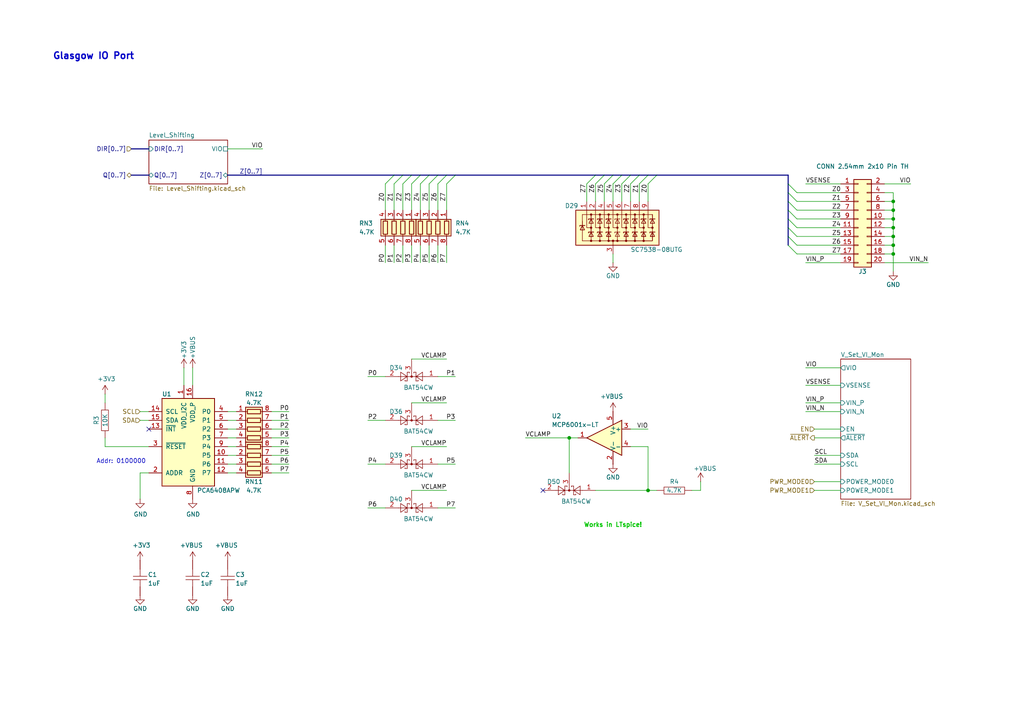
<source format=kicad_sch>
(kicad_sch (version 20250114) (generator "eeschema") (generator_version "9.0")
  (paper "A4")
  (title_block (title "I/O Buffer") (rev "D0") (company "whitequark research") (comment 1 "Glasgow Debug Tool") (comment 2 "Calculations by @awygle"))
  (lib_symbols
    (symbol "glasgow_revD_io_wing:CAP 1uF 25V X5R 0402" (pin_numbers (hide yes)) (pin_names (hide yes))
      (property "Reference" "C" (at 0 0 0))
      (property "Value" "1uF" (at 0 0 0))
      (symbol "CAP 1uF 25V X5R 0402_1_0"
        (pin passive line (at 0 5.08 270) (length 2.54) (name "1") (number "1"))
        (pin passive line (at 0 -5.08 90) (length 2.54) (name "2") (number "2"))
      )
    )
    (symbol "glasgow_revD_io_wing:CONN 2.54mm 2x10 Pin TH" (pin_names (offset 1.016) (hide yes))
      (property "Reference" "J" (at 1.27 12.7 0))
      (property "Value" "CONN 2.54mm 2x10 Pin TH" (at 1.27 -15.24 0))
      (symbol "CONN 2.54mm 2x10 Pin TH_1_1"
        (pin passive line (at -5.08 10.16 0) (length 3.81) (name "Pin_1") (number "1"))
        (pin passive line (at -5.08 7.62 0) (length 3.81) (name "Pin_3") (number "3"))
        (pin passive line (at -5.08 5.08 0) (length 3.81) (name "Pin_5") (number "5"))
        (pin passive line (at -5.08 2.54 0) (length 3.81) (name "Pin_7") (number "7"))
        (pin passive line (at -5.08 0 0) (length 3.81) (name "Pin_9") (number "9"))
        (pin passive line (at -5.08 -2.54 0) (length 3.81) (name "Pin_11") (number "11"))
        (pin passive line (at -5.08 -5.08 0) (length 3.81) (name "Pin_13") (number "13"))
        (pin passive line (at -5.08 -7.62 0) (length 3.81) (name "Pin_15") (number "15"))
        (pin passive line (at -5.08 -10.16 0) (length 3.81) (name "Pin_17") (number "17"))
        (pin passive line (at -5.08 -12.7 0) (length 3.81) (name "Pin_19") (number "19"))
        (pin passive line (at 7.62 10.16 180) (length 3.81) (name "Pin_2") (number "2"))
        (pin passive line (at 7.62 7.62 180) (length 3.81) (name "Pin_4") (number "4"))
        (pin passive line (at 7.62 5.08 180) (length 3.81) (name "Pin_6") (number "6"))
        (pin passive line (at 7.62 2.54 180) (length 3.81) (name "Pin_8") (number "8"))
        (pin passive line (at 7.62 0 180) (length 3.81) (name "Pin_10") (number "10"))
        (pin passive line (at 7.62 -2.54 180) (length 3.81) (name "Pin_12") (number "12"))
        (pin passive line (at 7.62 -5.08 180) (length 3.81) (name "Pin_14") (number "14"))
        (pin passive line (at 7.62 -7.62 180) (length 3.81) (name "Pin_16") (number "16"))
        (pin passive line (at 7.62 -10.16 180) (length 3.81) (name "Pin_18") (number "18"))
        (pin passive line (at 7.62 -12.7 180) (length 3.81) (name "Pin_20") (number "20"))
      )
    )
    (symbol "glasgow_revD_io_wing:DIODE ARRAY 2X CC BAT54CW" (pin_names (offset 1.016))
      (property "Reference" "D" (at 0.635 -3.81 0))
      (property "Value" "BAT54CW" (at -6.35 3.175 0))
      (symbol "DIODE ARRAY 2X CC BAT54CW_1_1"
        (pin passive line (at -7.62 0 0) (length 3.81) (name "~") (number "1"))
        (pin passive line (at 0 -5.08 90) (length 5.08) (name "~") (number "3"))
        (pin passive line (at 7.62 0 180) (length 3.81) (name "~") (number "2"))
      )
    )
    (symbol "glasgow_revD_io_wing:IC GPIO EXPANDER PCA6408APW" (pin_names (offset 1.016))
      (property "Reference" "U" (at -8.89 12.7 0))
      (property "Value" "PCA6408APW" (at 2.54 12.7 0))
      (symbol "IC GPIO EXPANDER PCA6408APW_1_1"
        (pin input line (at -12.7 7.62 0) (length 3.81) (name "SCL") (number "14"))
        (pin bidirectional line (at -12.7 5.08 0) (length 3.81) (name "SDA") (number "15"))
        (pin open_collector line (at -12.7 2.54 0) (length 3.81) (name "~{INT}") (number "13"))
        (pin input line (at -12.7 -2.54 0) (length 3.81) (name "~{RESET}") (number "3"))
        (pin input line (at -12.7 -10.16 0) (length 3.81) (name "ADDR") (number "2"))
        (pin power_in line (at -2.54 15.24 270) (length 3.81) (name "VDD_I2C") (number "1"))
        (pin power_in line (at 0 15.24 270) (length 3.81) (name "VDD_P") (number "16"))
        (pin power_in line (at 0 -17.78 90) (length 3.81) (name "GND") (number "8"))
        (pin bidirectional line (at 10.16 7.62 180) (length 3.81) (name "P0") (number "4"))
        (pin bidirectional line (at 10.16 5.08 180) (length 3.81) (name "P1") (number "5"))
        (pin bidirectional line (at 10.16 2.54 180) (length 3.81) (name "P2") (number "6"))
        (pin bidirectional line (at 10.16 0 180) (length 3.81) (name "P3") (number "7"))
        (pin bidirectional line (at 10.16 -2.54 180) (length 3.81) (name "P4") (number "9"))
        (pin bidirectional line (at 10.16 -5.08 180) (length 3.81) (name "P5") (number "10"))
        (pin bidirectional line (at 10.16 -7.62 180) (length 3.81) (name "P6") (number "11"))
        (pin bidirectional line (at 10.16 -10.16 180) (length 3.81) (name "P7") (number "12"))
      )
    )
    (symbol "glasgow_revD_io_wing:IC OPAMP MCP6001x-LT" (pin_names (offset 0.127))
      (property "Reference" "U" (at -1.27 6.35 0))
      (property "Value" "MCP6001x-LT" (at -1.27 3.81 0))
      (symbol "IC OPAMP MCP6001x-LT_0_1"
        (pin power_in line (at -2.54 7.62 270) (length 3.81) (name "V+") (number "5"))
        (pin power_in line (at -2.54 -7.62 90) (length 3.81) (name "V-") (number "2"))
      )
      (symbol "IC OPAMP MCP6001x-LT_1_1"
        (pin input line (at -7.62 2.54 0) (length 2.54) (name "+") (number "3"))
        (pin input line (at -7.62 -2.54 0) (length 2.54) (name "-") (number "4"))
        (pin output line (at 7.62 0 180) (length 2.54) (name "~") (number "1"))
      )
    )
    (symbol "glasgow_revD_io_wing:RES 10K OHM 1% 1/10W 0402" (pin_numbers (hide yes)) (pin_names (hide yes))
      (property "Reference" "R" (at 0 0 0))
      (property "Value" "10K" (at 0 0 0))
      (symbol "RES 10K OHM 1% 1/10W 0402_1_0"
        (pin passive line (at -5.08 0 0) (length 2) (name "2") (number "2"))
        (pin passive line (at 5.08 0 180) (length 2) (name "1") (number "1"))
      )
    )
    (symbol "glasgow_revD_io_wing:RES 4.7K OHM 1% 1/10W 0402" (pin_numbers (hide yes)) (pin_names (hide yes))
      (property "Reference" "R" (at 0 0 0))
      (property "Value" "4.7K" (at 0 0 0))
      (symbol "RES 4.7K OHM 1% 1/10W 0402_1_0"
        (pin passive line (at -5.08 0 0) (length 2) (name "1") (number "1"))
        (pin passive line (at 5.08 0 180) (length 2) (name "2") (number "2"))
      )
    )
    (symbol "glasgow_revD_io_wing:RES ARRAY 4X 4.7K OHM 1% 0804" (pin_names (offset 0) (hide yes))
      (property "Reference" "RN" (at -7.62 0 90))
      (property "Value" "4.7K" (at 5.08 0 90))
      (symbol "RES ARRAY 4X 4.7K OHM 1% 0804_1_1"
        (pin passive line (at -5.08 5.08 270) (length 2.54) (name "R1.2") (number "8"))
        (pin passive line (at -5.08 -5.08 90) (length 2.54) (name "R1.1") (number "1"))
        (pin passive line (at -2.54 5.08 270) (length 2.54) (name "R2.2") (number "7"))
        (pin passive line (at -2.54 -5.08 90) (length 2.54) (name "R2.1") (number "2"))
        (pin passive line (at 0 5.08 270) (length 2.54) (name "R3.2") (number "6"))
        (pin passive line (at 0 -5.08 90) (length 2.54) (name "R3.1") (number "3"))
        (pin passive line (at 2.54 5.08 270) (length 2.54) (name "R4.2") (number "5"))
        (pin passive line (at 2.54 -5.08 90) (length 2.54) (name "R4.1") (number "4"))
      )
    )
    (symbol "glasgow_revD_io_wing:TVS ARRAY 8X SC7538-08UTG" (pin_names (hide yes))
      (property "Reference" "D" (at 13.97 2.54 0))
      (property "Value" "SC7538-08UTG" (at 13.97 0.635 0))
      (symbol "TVS ARRAY 8X SC7538-08UTG_0_0"
        (pin passive line (at 0 -7.62 90) (length 2.54) (name "A") (number "3"))
      )
      (symbol "TVS ARRAY 8X SC7538-08UTG_1_1"
        (pin passive line (at -7.62 7.62 270) (length 2.54) (name "K1") (number "1"))
        (pin passive line (at -5.08 7.62 270) (length 2.54) (name "K2") (number "2"))
        (pin passive line (at -2.54 7.62 270) (length 2.54) (name "K3") (number "4"))
        (pin passive line (at 0 7.62 270) (length 2.54) (name "K4") (number "5"))
        (pin passive line (at 2.54 7.62 270) (length 2.54) (name "K5") (number "6"))
        (pin passive line (at 5.08 7.62 270) (length 2.54) (name "K6") (number "7"))
        (pin passive line (at 7.62 7.62 270) (length 2.54) (name "K7") (number "8"))
        (pin passive line (at 10.16 7.62 270) (length 2.54) (name "K8") (number "9"))
      )
    )
    (symbol "power:+3.3V" (power) (pin_numbers (hide yes)) (pin_names (offset 0) (hide yes))
      (property "Value" "+3.3V" (at 0 3.556 0))
      (symbol "+3.3V_1_1"
        (pin power_in line (at 0 0 90) (length 0) (name "~") (number "1"))
      )
    )
    (symbol "power:GND" (power) (pin_numbers (hide yes)) (pin_names (offset 0) (hide yes))
      (property "Value" "GND" (at 0 -3.81 0))
      (symbol "GND_1_1"
        (pin power_in line (at 0 0 270) (length 0) (name "~") (number "1"))
      )
    )
  )
  (text "Glasgow IO Port" (at 15.24 15.24 0) (effects (font (size 1.905 1.905) (thickness 0.381) (bold yes)) (justify left top)))
  (text "Addr: 0100000" (at 27.94 134.62 0) (effects (font (size 1.27 1.27)) (justify left bottom)))
  (text "Works in LTspice!" (at 177.8 152.4 0) (effects (font (size 1.27 1.27) (thickness 0.254) (bold yes))))
  (junction (at 259.08 71.12))
  (junction (at 165.1 127))
  (junction (at 259.08 68.58))
  (junction (at 259.08 73.66))
  (junction (at 259.08 60.96))
  (junction (at 259.08 66.04))
  (junction (at 187.96 142.24))
  (junction (at 259.08 63.5))
  (junction (at 259.08 58.42))
  (no_connect (at 157.48 142.24))
  (no_connect (at 43.18 124.46))
  (bus_entry (at 177.8 50.8) (size -2.54 2.54))
  (bus_entry (at 116.84 53.34) (size 2.54 -2.54))
  (bus_entry (at 127 53.34) (size 2.54 -2.54))
  (bus_entry (at 231.14 73.66) (size -2.54 -2.54))
  (bus_entry (at 231.14 58.42) (size -2.54 -2.54))
  (bus_entry (at 180.34 50.8) (size -2.54 2.54))
  (bus_entry (at 231.14 71.12) (size -2.54 -2.54))
  (bus_entry (at 190.5 50.8) (size -2.54 2.54))
  (bus_entry (at 187.96 50.8) (size -2.54 2.54))
  (bus_entry (at 119.38 53.34) (size 2.54 -2.54))
  (bus_entry (at 175.26 50.8) (size -2.54 2.54))
  (bus_entry (at 185.42 50.8) (size -2.54 2.54))
  (bus_entry (at 172.72 50.8) (size -2.54 2.54))
  (bus_entry (at 129.54 53.34) (size 2.54 -2.54))
  (bus_entry (at 111.76 53.34) (size 2.54 -2.54))
  (bus_entry (at 114.3 53.34) (size 2.54 -2.54))
  (bus_entry (at 231.14 60.96) (size -2.54 -2.54))
  (bus_entry (at 231.14 66.04) (size -2.54 -2.54))
  (bus_entry (at 231.14 68.58) (size -2.54 -2.54))
  (bus_entry (at 231.14 55.88) (size -2.54 -2.54))
  (bus_entry (at 182.88 50.8) (size -2.54 2.54))
  (bus_entry (at 231.14 63.5) (size -2.54 -2.54))
  (bus_entry (at 124.46 53.34) (size 2.54 -2.54))
  (bus_entry (at 121.92 53.34) (size 2.54 -2.54))
  (bus (pts (xy 132.08 50.8) (xy 129.54 50.8)))
  (bus (pts (xy 127 50.8) (xy 124.46 50.8)))
  (wire (pts (xy 236.22 132.08) (xy 243.84 132.08)))
  (wire (pts (xy 78.74 137.16) (xy 83.82 137.16)))
  (wire (pts (xy 127 71.12) (xy 127 76.2)))
  (wire (pts (xy 233.68 116.84) (xy 243.84 116.84)))
  (wire (pts (xy 40.64 121.92) (xy 43.18 121.92)))
  (wire (pts (xy 190.5 142.24) (xy 187.96 142.24)))
  (wire (pts (xy 259.08 66.04) (xy 259.08 63.5)))
  (wire (pts (xy 185.42 53.34) (xy 185.42 58.42)))
  (wire (pts (xy 259.08 63.5) (xy 259.08 60.96)))
  (wire (pts (xy 116.84 53.34) (xy 116.84 60.96)))
  (wire (pts (xy 233.68 119.38) (xy 243.84 119.38)))
  (bus (pts (xy 177.8 50.8) (xy 180.34 50.8)))
  (wire (pts (xy 40.64 119.38) (xy 43.18 119.38)))
  (wire (pts (xy 111.76 109.22) (xy 106.68 109.22)))
  (wire (pts (xy 111.76 147.32) (xy 106.68 147.32)))
  (wire (pts (xy 233.68 53.34) (xy 243.84 53.34)))
  (bus (pts (xy 190.5 50.8) (xy 228.6 50.8)))
  (wire (pts (xy 256.54 58.42) (xy 259.08 58.42)))
  (wire (pts (xy 66.04 137.16) (xy 68.58 137.16)))
  (wire (pts (xy 182.88 53.34) (xy 182.88 58.42)))
  (wire (pts (xy 236.22 139.7) (xy 243.84 139.7)))
  (bus (pts (xy 175.26 50.8) (xy 177.8 50.8)))
  (wire (pts (xy 66.04 134.62) (xy 68.58 134.62)))
  (wire (pts (xy 256.54 53.34) (xy 264.16 53.34)))
  (bus (pts (xy 185.42 50.8) (xy 187.96 50.8)))
  (wire (pts (xy 243.84 55.88) (xy 231.14 55.88)))
  (wire (pts (xy 187.96 129.54) (xy 187.96 142.24)))
  (wire (pts (xy 175.26 53.34) (xy 175.26 58.42)))
  (wire (pts (xy 127 134.62) (xy 132.08 134.62)))
  (wire (pts (xy 177.8 53.34) (xy 177.8 58.42)))
  (wire (pts (xy 172.72 53.34) (xy 172.72 58.42)))
  (wire (pts (xy 182.88 129.54) (xy 187.96 129.54)))
  (wire (pts (xy 121.92 71.12) (xy 121.92 76.2)))
  (wire (pts (xy 243.84 58.42) (xy 231.14 58.42)))
  (wire (pts (xy 259.08 60.96) (xy 259.08 58.42)))
  (wire (pts (xy 256.54 71.12) (xy 259.08 71.12)))
  (wire (pts (xy 259.08 68.58) (xy 259.08 66.04)))
  (wire (pts (xy 119.38 129.54) (xy 129.54 129.54)))
  (wire (pts (xy 182.88 124.46) (xy 187.96 124.46)))
  (bus (pts (xy 228.6 63.5) (xy 228.6 66.04)))
  (wire (pts (xy 243.84 66.04) (xy 231.14 66.04)))
  (bus (pts (xy 38.1 43.18) (xy 43.18 43.18)))
  (wire (pts (xy 259.08 73.66) (xy 259.08 78.74)))
  (wire (pts (xy 236.22 124.46) (xy 243.84 124.46)))
  (wire (pts (xy 119.38 116.84) (xy 129.54 116.84)))
  (bus (pts (xy 228.6 60.96) (xy 228.6 63.5)))
  (wire (pts (xy 233.68 111.76) (xy 243.84 111.76)))
  (wire (pts (xy 78.74 134.62) (xy 83.82 134.62)))
  (wire (pts (xy 233.68 76.2) (xy 243.84 76.2)))
  (wire (pts (xy 256.54 73.66) (xy 259.08 73.66)))
  (wire (pts (xy 180.34 53.34) (xy 180.34 58.42)))
  (bus (pts (xy 228.6 50.8) (xy 228.6 53.34)))
  (wire (pts (xy 256.54 76.2) (xy 269.24 76.2)))
  (wire (pts (xy 177.8 76.2) (xy 177.8 73.66)))
  (wire (pts (xy 78.74 119.38) (xy 83.82 119.38)))
  (wire (pts (xy 243.84 63.5) (xy 231.14 63.5)))
  (wire (pts (xy 66.04 132.08) (xy 68.58 132.08)))
  (wire (pts (xy 78.74 132.08) (xy 83.82 132.08)))
  (wire (pts (xy 127 109.22) (xy 132.08 109.22)))
  (wire (pts (xy 66.04 124.46) (xy 68.58 124.46)))
  (wire (pts (xy 111.76 134.62) (xy 106.68 134.62)))
  (wire (pts (xy 119.38 104.14) (xy 129.54 104.14)))
  (wire (pts (xy 256.54 60.96) (xy 259.08 60.96)))
  (bus (pts (xy 119.38 50.8) (xy 116.84 50.8)))
  (wire (pts (xy 114.3 71.12) (xy 114.3 76.2)))
  (bus (pts (xy 127 50.8) (xy 129.54 50.8)))
  (bus (pts (xy 172.72 50.8) (xy 175.26 50.8)))
  (wire (pts (xy 124.46 71.12) (xy 124.46 76.2)))
  (wire (pts (xy 66.04 119.38) (xy 68.58 119.38)))
  (bus (pts (xy 228.6 55.88) (xy 228.6 58.42)))
  (wire (pts (xy 187.96 53.34) (xy 187.96 58.42)))
  (wire (pts (xy 127 53.34) (xy 127 60.96)))
  (wire (pts (xy 78.74 129.54) (xy 83.82 129.54)))
  (wire (pts (xy 256.54 63.5) (xy 259.08 63.5)))
  (bus (pts (xy 124.46 50.8) (xy 121.92 50.8)))
  (bus (pts (xy 228.6 58.42) (xy 228.6 60.96)))
  (wire (pts (xy 259.08 58.42) (xy 259.08 55.88)))
  (wire (pts (xy 243.84 73.66) (xy 231.14 73.66)))
  (wire (pts (xy 127 147.32) (xy 132.08 147.32)))
  (wire (pts (xy 121.92 53.34) (xy 121.92 60.96)))
  (bus (pts (xy 187.96 50.8) (xy 190.5 50.8)))
  (wire (pts (xy 172.72 142.24) (xy 187.96 142.24)))
  (wire (pts (xy 30.48 127) (xy 30.48 129.54)))
  (wire (pts (xy 236.22 127) (xy 243.84 127)))
  (wire (pts (xy 66.04 121.92) (xy 68.58 121.92)))
  (wire (pts (xy 256.54 55.88) (xy 259.08 55.88)))
  (bus (pts (xy 121.92 50.8) (xy 119.38 50.8)))
  (wire (pts (xy 259.08 71.12) (xy 259.08 68.58)))
  (wire (pts (xy 119.38 53.34) (xy 119.38 60.96)))
  (bus (pts (xy 228.6 68.58) (xy 228.6 71.12)))
  (wire (pts (xy 129.54 53.34) (xy 129.54 60.96)))
  (wire (pts (xy 256.54 66.04) (xy 259.08 66.04)))
  (wire (pts (xy 127 121.92) (xy 132.08 121.92)))
  (wire (pts (xy 40.64 144.78) (xy 40.64 137.16)))
  (wire (pts (xy 78.74 124.46) (xy 83.82 124.46)))
  (bus (pts (xy 116.84 50.8) (xy 114.3 50.8)))
  (bus (pts (xy 38.1 50.8) (xy 43.18 50.8)))
  (wire (pts (xy 170.18 53.34) (xy 170.18 58.42)))
  (wire (pts (xy 78.74 127) (xy 83.82 127)))
  (wire (pts (xy 256.54 68.58) (xy 259.08 68.58)))
  (wire (pts (xy 203.2 142.24) (xy 200.66 142.24)))
  (wire (pts (xy 124.46 53.34) (xy 124.46 60.96)))
  (wire (pts (xy 233.68 106.68) (xy 243.84 106.68)))
  (wire (pts (xy 111.76 121.92) (xy 106.68 121.92)))
  (bus (pts (xy 66.04 50.8) (xy 114.3 50.8)))
  (wire (pts (xy 236.22 134.62) (xy 243.84 134.62)))
  (wire (pts (xy 119.38 71.12) (xy 119.38 76.2)))
  (bus (pts (xy 132.08 50.8) (xy 172.72 50.8)))
  (wire (pts (xy 111.76 53.34) (xy 111.76 60.96)))
  (wire (pts (xy 30.48 129.54) (xy 43.18 129.54)))
  (bus (pts (xy 228.6 53.34) (xy 228.6 55.88)))
  (bus (pts (xy 228.6 66.04) (xy 228.6 68.58)))
  (wire (pts (xy 53.34 106.68) (xy 53.34 111.76)))
  (wire (pts (xy 243.84 60.96) (xy 231.14 60.96)))
  (wire (pts (xy 66.04 127) (xy 68.58 127)))
  (wire (pts (xy 40.64 137.16) (xy 43.18 137.16)))
  (wire (pts (xy 243.84 71.12) (xy 231.14 71.12)))
  (wire (pts (xy 111.76 71.12) (xy 111.76 76.2)))
  (bus (pts (xy 182.88 50.8) (xy 185.42 50.8)))
  (wire (pts (xy 243.84 68.58) (xy 231.14 68.58)))
  (wire (pts (xy 114.3 53.34) (xy 114.3 60.96)))
  (wire (pts (xy 30.48 114.3) (xy 30.48 116.84)))
  (wire (pts (xy 55.88 106.68) (xy 55.88 111.76)))
  (wire (pts (xy 259.08 73.66) (xy 259.08 71.12)))
  (wire (pts (xy 66.04 129.54) (xy 68.58 129.54)))
  (wire (pts (xy 152.4 127) (xy 165.1 127)))
  (wire (pts (xy 129.54 71.12) (xy 129.54 76.2)))
  (wire (pts (xy 165.1 127) (xy 167.64 127)))
  (wire (pts (xy 66.04 43.18) (xy 76.2 43.18)))
  (wire (pts (xy 119.38 142.24) (xy 129.54 142.24)))
  (wire (pts (xy 165.1 137.16) (xy 165.1 127)))
  (bus (pts (xy 180.34 50.8) (xy 182.88 50.8)))
  (wire (pts (xy 78.74 121.92) (xy 83.82 121.92)))
  (wire (pts (xy 203.2 139.7) (xy 203.2 142.24)))
  (wire (pts (xy 236.22 142.24) (xy 243.84 142.24)))
  (wire (pts (xy 116.84 71.12) (xy 116.84 76.2)))
  (label "P2" (at 83.82 124.46 180))
  (label "P5" (at 83.82 132.08 180))
  (label "P6" (at 106.68 147.32 0))
  (label "P1" (at 83.82 121.92 180))
  (label "Z6" (at 172.72 53.34 270))
  (label "Z5" (at 124.46 58.42 90))
  (label "VCLAMP" (at 129.54 129.54 180) (effects (font (thickness 0.1588))))
  (label "VIO" (at 187.96 124.46 180))
  (label "Z2" (at 116.84 58.42 90))
  (label "VCLAMP" (at 129.54 104.14 180) (effects (font (thickness 0.1588))))
  (label "Z4" (at 177.8 53.34 270))
  (label "Z2" (at 182.88 53.34 270))
  (label "Z1" (at 241.3 58.42 0))
  (label "VIN_P" (at 233.68 76.2 0) (effects (font (thickness 0.1588))))
  (label "Z2" (at 241.3 60.96 0))
  (label "P1" (at 114.3 76.2 90))
  (label "SCL" (at 236.22 132.08 0))
  (label "P0" (at 111.76 76.2 90))
  (label "P4" (at 83.82 129.54 180))
  (label "P0" (at 106.68 109.22 0))
  (label "Z3" (at 119.38 58.42 90))
  (label "Z6" (at 127 58.42 90))
  (label "Z1" (at 185.42 53.34 270))
  (label "Z7" (at 170.18 53.34 270))
  (label "VIN_P" (at 233.68 116.84 0) (effects (font (thickness 0.1588))))
  (label "P2" (at 116.84 76.2 90))
  (label "Z4" (at 121.92 58.42 90))
  (label "P7" (at 83.82 137.16 180))
  (label "VIN_N" (at 269.24 76.2 180) (effects (font (thickness 0.1588))))
  (label "P2" (at 106.68 121.92 0))
  (label "Z3" (at 180.34 53.34 270))
  (label "Z0" (at 241.3 55.88 0))
  (label "Z[0..7]" (at 76.2 50.8 180))
  (label "P3" (at 83.82 127 180))
  (label "VIO" (at 76.2 43.18 180))
  (label "Z7" (at 129.54 58.42 90))
  (label "P0" (at 83.82 119.38 180))
  (label "P4" (at 121.92 76.2 90))
  (label "Z5" (at 175.26 53.34 270))
  (label "VCLAMP" (at 129.54 142.24 180) (effects (font (thickness 0.1588))))
  (label "P4" (at 106.68 134.62 0))
  (label "Z3" (at 241.3 63.5 0))
  (label "Z0" (at 187.96 53.34 270))
  (label "Z5" (at 241.3 68.58 0))
  (label "VCLAMP" (at 129.54 116.84 180) (effects (font (thickness 0.1588))))
  (label "VCLAMP" (at 152.4 127 0) (effects (font (thickness 0.1588))))
  (label "P5" (at 132.08 134.62 180))
  (label "Z6" (at 241.3 71.12 0))
  (label "VSENSE" (at 233.68 53.34 0))
  (label "Z0" (at 111.76 58.42 90))
  (label "SDA" (at 236.22 134.62 0))
  (label "VIN_N" (at 233.68 119.38 0) (effects (font (thickness 0.1588))))
  (label "P6" (at 83.82 134.62 180))
  (label "VIO" (at 233.68 106.68 0))
  (label "P3" (at 119.38 76.2 90))
  (label "P3" (at 132.08 121.92 180))
  (label "Z4" (at 241.3 66.04 0))
  (label "Z7" (at 241.3 73.66 0))
  (label "VIO" (at 264.16 53.34 180))
  (label "Z1" (at 114.3 58.42 90))
  (label "P7" (at 132.08 147.32 180))
  (label "P5" (at 124.46 76.2 90))
  (label "P7" (at 129.54 76.2 90))
  (label "VSENSE" (at 233.68 111.76 0))
  (label "P1" (at 132.08 109.22 180))
  (label "P6" (at 127 76.2 90))
  (hierarchical_label "PWR_MODE1" (shape input) (at 236.22 142.24 180) (effects (font (thickness 0.1588))))
  (hierarchical_label "~{ALERT}" (shape output) (at 236.22 127 180))
  (hierarchical_label "DIR[0..7]" (shape input) (at 38.1 43.18 180))
  (hierarchical_label "SCL" (shape input) (at 40.64 119.38 180))
  (hierarchical_label "SDA" (shape input) (at 40.64 121.92 180))
  (hierarchical_label "Q[0..7]" (shape bidirectional) (at 38.1 50.8 180))
  (hierarchical_label "EN" (shape input) (at 236.22 124.46 180))
  (hierarchical_label "PWR_MODE0" (shape input) (at 236.22 139.7 180) (effects (font (thickness 0.1588))))
  (symbol (lib_id "power:GND") (at 259.08 78.74 0) (unit 1)
    (property "Reference" "#PWR022" (effects (hide yes)))
    (property "Value" "GND" (at 259.08 82.55 0))
    (property "Description" "Power symbol creates a global label with name \"GND\" , ground" (effects (hide yes)))
    (instances (project "glasgow" (path "" (reference "#PWR0183") (unit 1)) (path "" (reference "#PWR0102") (unit 1))) (project "glasgow" (path "" (reference "#PWR022") (unit 1))))
  )
  (symbol (lib_id "glasgow_revD_io_wing:CONN 2.54mm 2x10 Pin TH") (at 248.92 63.5 0) (unit 1)
    (property "Reference" "J2" (at 250.19 78.74 0))
    (property "Value" "CONN 2.54mm 2x10 Pin TH" (at 250.19 48.26 0))
    (property "Footprint" "glasgow_revD_io_wing:IDC-Header_2x10_P2.54mm_Vertical" (effects (hide yes)))
    (property "Datasheet" "https://www.mouser.com/datasheet/2/276/0878342019_PCB_HEADERS-152849.pdf" (effects (hide yes)))
    (property "MANUFACTURER" "Molex" (effects (hide yes)))
    (property "MANUFACTURER PART NUMBER" "87834-2019" (effects (hide yes)))
    (instances (project "glasgow" (path "" (reference "J3") (unit 1)) (path "" (reference "J8") (unit 1))) (project "glasgow" (path "" (reference "J2") (unit 1))))
  )
  (symbol (lib_id "glasgow_revD_io_wing:DIODE ARRAY 2X CC BAT54CW") (at 119.38 147.32 180) (unit 1)
    (property "Reference" "D4" (at 116.84 144.78 0) (effects (justify left)))
    (property "Value" "BAT54CW" (at 125.73 150.495 0) (effects (justify left)))
    (property "Footprint" "glasgow_revD_io_wing:SOT-323_SC-70" (effects (hide yes)))
    (property "Datasheet" "https://assets.nexperia.com/documents/data-sheet/BAT54W_SER.pdf" (effects (hide yes)))
    (property "Description" "Dual schottky barrier diode, common cathode, SOT-323" (effects (hide yes)))
    (property "MANUFACTURER" "Diodes Inc." (effects (hide yes)))
    (property "MANUFACTURER PART NUMBER" "BAT54CW-7-F" (effects (hide yes)))
    (instances (project "glasgow" (path "" (reference "D40") (unit 1)) (path "" (reference "D38") (unit 1))) (project "glasgow" (path "" (reference "D4") (unit 1))))
  )
  (symbol (lib_id "glasgow_revD_io_wing:RES ARRAY 4X 4.7K OHM 1% 0804") (at 114.3 66.04 180) (unit 1)
    (property "Reference" "RN3" (at 104.14 64.77 0) (effects (justify right)))
    (property "Value" "4.7K" (at 104.14 67.31 0) (effects (justify right)))
    (property "Footprint" "glasgow_revD_io_wing:R_Array_Convex_4x0402" (effects (hide yes)))
    (property "Datasheet" "https://www.mouser.com/datasheet/2/447/PYu_YC_TC_group_51_RoHS_L_9-3003033.pdf" (effects (hide yes)))
    (property "Description" "4 resistor network, parallel topology" (effects (hide yes)))
    (property "MANUFACTURER" "Yageo" (effects (hide yes)))
    (property "MANUFACTURER PART NUMBER" "YC124-FR-074K7L" (effects (hide yes)))
  )
  (symbol (lib_id "glasgow_revD_io_wing:DIODE ARRAY 2X CC BAT54CW") (at 165.1 142.24 180) (unit 1)
    (property "Reference" "D5" (at 162.56 139.7 0) (effects (justify left)))
    (property "Value" "BAT54CW" (at 171.45 145.415 0) (effects (justify left)))
    (property "Footprint" "glasgow_revD_io_wing:SOT-323_SC-70" (effects (hide yes)))
    (property "Datasheet" "https://assets.nexperia.com/documents/data-sheet/BAT54W_SER.pdf" (effects (hide yes)))
    (property "Description" "Dual schottky barrier diode, common cathode, SOT-323" (effects (hide yes)))
    (property "MANUFACTURER" "Diodes Inc." (effects (hide yes)))
    (property "MANUFACTURER PART NUMBER" "BAT54CW-7-F" (effects (hide yes)))
    (instances (project "glasgow" (path "" (reference "D50") (unit 1)) (path "" (reference "D49") (unit 1))) (project "glasgow" (path "" (reference "D5") (unit 1))))
  )
  (symbol (lib_id "glasgow_revD_io_wing:DIODE ARRAY 2X CC BAT54CW") (at 119.38 109.22 180) (unit 1)
    (property "Reference" "D1" (at 116.84 106.68 0) (effects (justify left)))
    (property "Value" "BAT54CW" (at 125.73 112.395 0) (effects (justify left)))
    (property "Footprint" "glasgow_revD_io_wing:SOT-323_SC-70" (effects (hide yes)))
    (property "Datasheet" "https://assets.nexperia.com/documents/data-sheet/BAT54W_SER.pdf" (effects (hide yes)))
    (property "Description" "Dual schottky barrier diode, common cathode, SOT-323" (effects (hide yes)))
    (property "MANUFACTURER" "Diodes Inc." (effects (hide yes)))
    (property "MANUFACTURER PART NUMBER" "BAT54CW-7-F" (effects (hide yes)))
    (instances (project "glasgow" (path "" (reference "D34") (unit 1)) (path "" (reference "D26") (unit 1))) (project "glasgow" (path "" (reference "D1") (unit 1))))
  )
  (symbol (lib_id "glasgow_revD_io_wing:RES ARRAY 4X 4.7K OHM 1% 0804") (at 73.66 134.62 270) (unit 1)
    (property "Reference" "RN2" (at 73.66 139.7 90))
    (property "Value" "4.7K" (at 73.66 142.24 90))
    (property "Footprint" "glasgow_revD_io_wing:R_Array_Convex_4x0402" (effects (hide yes)))
    (property "Datasheet" "https://www.mouser.com/datasheet/2/447/PYu_YC_TC_group_51_RoHS_L_9-3003033.pdf" (effects (hide yes)))
    (property "Description" "4 resistor network, parallel topology" (effects (hide yes)))
    (property "MANUFACTURER" "Yageo" (effects (hide yes)))
    (property "MANUFACTURER PART NUMBER" "YC124-FR-074K7L" (effects (hide yes)))
    (instances (project "glasgow" (path "" (reference "RN11") (unit 1)) (path "" (reference "RN9") (unit 1))) (project "glasgow" (path "" (reference "RN2") (unit 1))))
  )
  (symbol (lib_id "power:+3.3V") (at 66.04 162.56 0) (mirror y) (unit 1)
    (property "Reference" "#PWR016" (effects (hide yes)))
    (property "Value" "+VBUS" (at 65.659 158.1658 0))
    (property "Description" "Power symbol creates a global label with name \"+3.3V\"" (effects (hide yes)))
  )
  (symbol (lib_id "glasgow_revD_io_wing:RES ARRAY 4X 4.7K OHM 1% 0804") (at 73.66 124.46 270) (unit 1)
    (property "Reference" "RN1" (at 73.66 114.3 90))
    (property "Value" "4.7K" (at 73.66 116.84 90))
    (property "Footprint" "glasgow_revD_io_wing:R_Array_Convex_4x0402" (effects (hide yes)))
    (property "Datasheet" "https://www.mouser.com/datasheet/2/447/PYu_YC_TC_group_51_RoHS_L_9-3003033.pdf" (effects (hide yes)))
    (property "Description" "4 resistor network, parallel topology" (effects (hide yes)))
    (property "MANUFACTURER" "Yageo" (effects (hide yes)))
    (property "MANUFACTURER PART NUMBER" "YC124-FR-074K7L" (effects (hide yes)))
    (instances (project "glasgow" (path "" (reference "RN12") (unit 1)) (path "" (reference "RN10") (unit 1))) (project "glasgow" (path "" (reference "RN1") (unit 1))))
  )
  (symbol (lib_id "glasgow_revD_io_wing:IC GPIO EXPANDER PCA6408APW") (at 55.88 127 0) (unit 1)
    (property "Reference" "U1" (at 46.99 114.3 0) (effects (justify left)))
    (property "Value" "PCA6408APW" (at 57.15 142.24 0) (effects (justify left)))
    (property "Footprint" "glasgow_revD_io_wing:TSSOP-16_4.4x5mm_P0.65mm" (effects (hide yes)))
    (property "Datasheet" "https://www.nxp.com/docs/en/data-sheet/PCA6408A.pdf" (effects (hide yes)))
    (property "Description" "8 Bit Port/Expander, I2C SMBUS, Interrupt output, Level Shifting, TSSOP-16" (effects (hide yes)))
    (property "MANUFACTURER" "NXP" (effects (hide yes)))
    (property "MANUFACTURER PART NUMBER" "PCA6408APW" (effects (hide yes)))
  )
  (symbol (lib_id "glasgow_revD_io_wing:IC OPAMP MCP6001x-LT") (at 175.26 127 0) (mirror y) (unit 1)
    (property "Reference" "U2" (at 160.02 120.65 0) (effects (justify right)))
    (property "Value" "MCP6001x-LT" (at 160.02 123.19 0) (effects (justify right)))
    (property "Footprint" "glasgow_revD_io_wing:SOT-353_SC-70-5" (effects (hide yes)))
    (property "Datasheet" "https://ww1.microchip.com/downloads/en/DeviceDoc/MCP6001-1R-1U-2-4-1-MHz-Low-Power-Op-Amp-DS20001733L.pdf" (effects (hide yes)))
    (property "Description" "1 MHz, Low-Power Op Amp, SC-70-5" (effects (hide yes)))
    (property "MANUFACTURER" "Microchip" (effects (hide yes)))
    (property "MANUFACTURER PART NUMBER" "MCP6001T-I/LT" (effects (hide yes)))
  )
  (symbol (lib_id "power:+3.3V") (at 203.2 139.7 0) (unit 1)
    (property "Reference" "#PWR021" (effects (hide yes)))
    (property "Value" "+VBUS" (at 204.47 135.89 0))
    (property "Description" "Power symbol creates a global label with name \"+3.3V\"" (effects (hide yes)))
    (instances (project "glasgow" (path "" (reference "#PWR0335") (unit 1)) (path "" (reference "#PWR0334") (unit 1))) (project "glasgow" (path "" (reference "#PWR021") (unit 1))))
  )
  (symbol (lib_id "glasgow_revD_io_wing:TVS ARRAY 8X SC7538-08UTG") (at 177.8 66.04 0) (unit 1)
    (property "Reference" "D6" (at 163.83 59.69 0) (effects (justify left)))
    (property "Value" "SC7538-08UTG" (at 182.88 72.39 0) (effects (justify left)))
    (property "Footprint" "glasgow_revD_io_wing:Littelfuse_UDFN-9_1.0x3.8mm_P0.5mm" (effects (hide yes)))
    (property "Datasheet" "https://www.littelfuse.com/assetdocs/littelfuse-tvs-diode-array-sc7538-08utg-series-datasheet?assetguid=7F9BA0F9-79BE-41FF-BADC-381D4BEAA569" (effects (hide yes)))
    (property "Description" "Low Capacitance TVS Diode Array, 5V Standoff, 8 Channels, UDFN-9" (effects (hide yes)))
    (property "MANUFACTURER" "Littelfuse" (effects (hide yes)))
    (property "MANUFACTURER PART NUMBER" "SC7538-08UTG" (effects (hide yes)))
    (instances (project "glasgow" (path "" (reference "D29") (unit 1)) (path "" (reference "D27") (unit 1))) (project "glasgow" (path "" (reference "D6") (unit 1))))
  )
  (symbol (lib_id "power:GND") (at 55.88 144.78 0) (unit 1)
    (property "Reference" "#PWR013" (effects (hide yes)))
    (property "Value" "GND" (at 56.007 149.1742 0))
    (property "Description" "Power symbol creates a global label with name \"GND\" , ground" (effects (hide yes)))
    (instances (project "glasgow" (path "" (reference "#PWR0221") (unit 1)) (path "" (reference "#PWR0220") (unit 1))) (project "glasgow" (path "" (reference "#PWR013") (unit 1))))
  )
  (symbol (lib_id "power:+3.3V") (at 53.34 106.68 0) (unit 1)
    (property "Reference" "#PWR011" (effects (hide yes)))
    (property "Value" "+3V3" (at 53.34 104.14 90) (effects (justify left)))
    (property "Description" "Power symbol creates a global label with name \"+3.3V\"" (effects (hide yes)))
    (instances (project "glasgow" (path "" (reference "#PWR0331") (unit 1)) (path "" (reference "#PWR0330") (unit 1))) (project "glasgow" (path "" (reference "#PWR011") (unit 1))))
  )
  (symbol (lib_id "power:GND") (at 177.8 134.62 0) (mirror y) (unit 1)
    (property "Reference" "#PWR020" (effects (hide yes)))
    (property "Value" "GND" (at 177.8 138.43 0))
    (property "Description" "Power symbol creates a global label with name \"GND\" , ground" (effects (hide yes)))
  )
  (symbol (lib_id "power:GND") (at 66.04 172.72 0) (unit 1)
    (property "Reference" "#PWR017" (effects (hide yes)))
    (property "Value" "GND" (at 66.04 176.53 0))
    (property "Description" "Power symbol creates a global label with name \"GND\" , ground" (effects (hide yes)))
  )
  (symbol (lib_id "power:+3.3V") (at 177.8 119.38 0) (mirror y) (unit 1)
    (property "Reference" "#PWR019" (effects (hide yes)))
    (property "Value" "+VBUS" (at 177.419 114.9858 0))
    (property "Description" "Power symbol creates a global label with name \"+3.3V\"" (effects (hide yes)))
  )
  (symbol (lib_id "glasgow_revD_io_wing:CAP 1uF 25V X5R 0402") (at 55.88 167.64 0) (unit 1)
    (property "Reference" "C2" (at 58.134 167.386 0) (effects (justify left bottom)))
    (property "Value" "1uF" (at 58.134 169.926 0) (effects (justify left bottom)))
    (property "Footprint" "glasgow_revD_io_wing:GEN_C_0402" (effects (hide yes)))
    (property "PACKAGE" "0402" (effects (hide yes)))
    (property "VOLTAGE RATING" "25V" (effects (hide yes)))
    (property "SUPPLIER 1" "Mouser" (effects (hide yes)))
    (property "SUPPLIER PART NUMBER 1" "81-GRM155R61E105KA2D" (effects (hide yes)))
    (property "MANUFACTURER" "Murata" (effects (hide yes)))
    (property "MANUFACTURER PART NUMBER" "GRM155R61E105KA12D" (effects (hide yes)))
  )
  (symbol (lib_id "power:+3.3V") (at 30.48 114.3 0) (unit 1)
    (property "Reference" "#PWR07" (effects (hide yes)))
    (property "Value" "+3V3" (at 30.861 109.9058 0))
    (property "Description" "Power symbol creates a global label with name \"+3.3V\"" (effects (hide yes)))
    (instances (project "glasgow" (path "" (reference "#PWR0223") (unit 1)) (path "" (reference "#PWR0222") (unit 1))) (project "glasgow" (path "" (reference "#PWR07") (unit 1))))
  )
  (symbol (lib_id "glasgow_revD_io_wing:CAP 1uF 25V X5R 0402") (at 66.04 167.64 0) (unit 1)
    (property "Reference" "C3" (at 68.294 167.386 0) (effects (justify left bottom)))
    (property "Value" "1uF" (at 68.294 169.926 0) (effects (justify left bottom)))
    (property "Footprint" "glasgow_revD_io_wing:GEN_C_0402" (effects (hide yes)))
    (property "PACKAGE" "0402" (effects (hide yes)))
    (property "VOLTAGE RATING" "25V" (effects (hide yes)))
    (property "SUPPLIER 1" "Mouser" (effects (hide yes)))
    (property "SUPPLIER PART NUMBER 1" "81-GRM155R61E105KA2D" (effects (hide yes)))
    (property "MANUFACTURER" "Murata" (effects (hide yes)))
    (property "MANUFACTURER PART NUMBER" "GRM155R61E105KA12D" (effects (hide yes)))
  )
  (symbol (lib_id "glasgow_revD_io_wing:RES 4.7K OHM 1% 1/10W 0402") (at 195.58 142.24 180) (unit 1)
    (property "Reference" "R4" (at 195.58 139.7 0))
    (property "Value" "4.7K" (at 195.58 142.24 0))
    (property "Footprint" "glasgow_revD_io_wing:GEN_R_0402" (effects (hide yes)))
    (property "TOLERANCE" "1%" (effects (hide yes)))
    (property "PACKAGE" "0402" (effects (hide yes)))
    (property "SUPPLIER 1" "Mouser" (effects (hide yes)))
    (property "SUPPLIER PART NUMBER 1" "667-ERJ-2RKF4701X" (effects (hide yes)))
    (property "MANUFACTURER" "Panasonic" (effects (hide yes)))
    (property "MANUFACTURER PART NUMBER" "ERJ-2RKF4701X" (effects (hide yes)))
  )
  (symbol (lib_id "power:GND") (at 177.8 76.2 0) (unit 1)
    (property "Reference" "#PWR018" (effects (hide yes)))
    (property "Value" "GND" (at 177.8 80.01 0))
    (property "Description" "Power symbol creates a global label with name \"GND\" , ground" (effects (hide yes)))
    (instances (project "glasgow" (path "" (reference "#PWR0232") (unit 1)) (path "" (reference "#PWR0212") (unit 1))) (project "glasgow" (path "" (reference "#PWR018") (unit 1))))
  )
  (symbol (lib_id "glasgow_revD_io_wing:DIODE ARRAY 2X CC BAT54CW") (at 119.38 121.92 180) (unit 1)
    (property "Reference" "D2" (at 116.84 119.38 0) (effects (justify left)))
    (property "Value" "BAT54CW" (at 125.73 125.095 0) (effects (justify left)))
    (property "Footprint" "glasgow_revD_io_wing:SOT-323_SC-70" (effects (hide yes)))
    (property "Datasheet" "https://assets.nexperia.com/documents/data-sheet/BAT54W_SER.pdf" (effects (hide yes)))
    (property "Description" "Dual schottky barrier diode, common cathode, SOT-323" (effects (hide yes)))
    (property "MANUFACTURER" "Diodes Inc." (effects (hide yes)))
    (property "MANUFACTURER PART NUMBER" "BAT54CW-7-F" (effects (hide yes)))
    (instances (project "glasgow" (path "" (reference "D36") (unit 1)) (path "" (reference "D35") (unit 1))) (project "glasgow" (path "" (reference "D2") (unit 1))))
  )
  (symbol (lib_id "glasgow_revD_io_wing:CAP 1uF 25V X5R 0402") (at 40.64 167.64 0) (unit 1)
    (property "Reference" "C1" (at 42.894 167.386 0) (effects (justify left bottom)))
    (property "Value" "1uF" (at 42.894 169.926 0) (effects (justify left bottom)))
    (property "Footprint" "glasgow_revD_io_wing:GEN_C_0402" (effects (hide yes)))
    (property "PACKAGE" "0402" (effects (hide yes)))
    (property "VOLTAGE RATING" "25V" (effects (hide yes)))
    (property "SUPPLIER 1" "Mouser" (effects (hide yes)))
    (property "SUPPLIER PART NUMBER 1" "81-GRM155R61E105KA2D" (effects (hide yes)))
    (property "MANUFACTURER" "Murata" (effects (hide yes)))
    (property "MANUFACTURER PART NUMBER" "GRM155R61E105KA12D" (effects (hide yes)))
  )
  (symbol (lib_id "glasgow_revD_io_wing:DIODE ARRAY 2X CC BAT54CW") (at 119.38 134.62 180) (unit 1)
    (property "Reference" "D3" (at 116.84 132.08 0) (effects (justify left)))
    (property "Value" "BAT54CW" (at 125.73 137.795 0) (effects (justify left)))
    (property "Footprint" "glasgow_revD_io_wing:SOT-323_SC-70" (effects (hide yes)))
    (property "Datasheet" "https://assets.nexperia.com/documents/data-sheet/BAT54W_SER.pdf" (effects (hide yes)))
    (property "Description" "Dual schottky barrier diode, common cathode, SOT-323" (effects (hide yes)))
    (property "MANUFACTURER" "Diodes Inc." (effects (hide yes)))
    (property "MANUFACTURER PART NUMBER" "BAT54CW-7-F" (effects (hide yes)))
    (instances (project "glasgow" (path "" (reference "D39") (unit 1)) (path "" (reference "D37") (unit 1))) (project "glasgow" (path "" (reference "D3") (unit 1))))
  )
  (symbol (lib_id "power:+3.3V") (at 40.64 162.56 0) (unit 1)
    (property "Reference" "#PWR09" (effects (hide yes)))
    (property "Value" "+3V3" (at 41.021 158.1658 0))
    (property "Description" "Power symbol creates a global label with name \"+3.3V\"" (effects (hide yes)))
    (instances (project "glasgow" (path "" (reference "#PWR0227") (unit 1)) (path "" (reference "#PWR0225") (unit 1))) (project "glasgow" (path "" (reference "#PWR09") (unit 1))))
  )
  (symbol (lib_id "glasgow_revD_io_wing:RES ARRAY 4X 4.7K OHM 1% 0804") (at 124.46 66.04 180) (unit 1)
    (property "Reference" "RN4" (at 132.08 64.77 0) (effects (justify right)))
    (property "Value" "4.7K" (at 132.08 67.31 0) (effects (justify right)))
    (property "Footprint" "glasgow_revD_io_wing:R_Array_Convex_4x0402" (effects (hide yes)))
    (property "Datasheet" "https://www.mouser.com/datasheet/2/447/PYu_YC_TC_group_51_RoHS_L_9-3003033.pdf" (effects (hide yes)))
    (property "Description" "4 resistor network, parallel topology" (effects (hide yes)))
    (property "MANUFACTURER" "Yageo" (effects (hide yes)))
    (property "MANUFACTURER PART NUMBER" "YC124-FR-074K7L" (effects (hide yes)))
  )
  (symbol (lib_id "glasgow_revD_io_wing:RES 10K OHM 1% 1/10W 0402") (at 30.48 121.92 90) (unit 1)
    (property "Reference" "R3" (at 27.94 121.92 0))
    (property "Value" "10K" (at 30.48 121.92 0))
    (property "Footprint" "glasgow_revD_io_wing:GEN_R_0402" (effects (hide yes)))
    (property "TOLERANCE" "1%" (effects (hide yes)))
    (property "PACKAGE" "0402" (effects (hide yes)))
    (property "SUPPLIER 1" "Mouser" (effects (hide yes)))
    (property "SUPPLIER PART NUMBER 1" "667-ERJ-2RKF1002X" (effects (hide yes)))
    (property "MANUFACTURER" "Panasonic" (effects (hide yes)))
    (property "MANUFACTURER PART NUMBER" "ERJ-2RKF1002X" (effects (hide yes)))
  )
  (symbol (lib_id "power:+3.3V") (at 55.88 106.68 0) (unit 1)
    (property "Reference" "#PWR012" (effects (hide yes)))
    (property "Value" "+VBUS" (at 55.88 104.14 90) (effects (justify left)))
    (property "Description" "Power symbol creates a global label with name \"+3.3V\"" (effects (hide yes)))
    (instances (project "glasgow" (path "" (reference "#PWR0333") (unit 1)) (path "" (reference "#PWR0332") (unit 1))) (project "glasgow" (path "" (reference "#PWR012") (unit 1))))
  )
  (symbol (lib_id "power:GND") (at 40.64 144.78 0) (unit 1)
    (property "Reference" "#PWR08" (effects (hide yes)))
    (property "Value" "GND" (at 40.767 149.1742 0))
    (property "Description" "Power symbol creates a global label with name \"GND\" , ground" (effects (hide yes)))
  )
  (symbol (lib_id "power:+3.3V") (at 55.88 162.56 0) (mirror y) (unit 1)
    (property "Reference" "#PWR014" (effects (hide yes)))
    (property "Value" "+VBUS" (at 55.499 158.1658 0))
    (property "Description" "Power symbol creates a global label with name \"+3.3V\"" (effects (hide yes)))
  )
  (symbol (lib_id "power:GND") (at 55.88 172.72 0) (unit 1)
    (property "Reference" "#PWR015" (effects (hide yes)))
    (property "Value" "GND" (at 55.88 176.53 0))
    (property "Description" "Power symbol creates a global label with name \"GND\" , ground" (effects (hide yes)))
  )
  (symbol (lib_id "power:GND") (at 40.64 172.72 0) (unit 1)
    (property "Reference" "#PWR010" (effects (hide yes)))
    (property "Value" "GND" (at 40.64 176.53 0))
    (property "Description" "Power symbol creates a global label with name \"GND\" , ground" (effects (hide yes)))
  )
  (sheet (at 43.18 40.64) (size 22.86 12.7) (stroke (width 0.1524))
    (property "Sheetname" "Level_Shifting" (at 43.18 39.9284 0) (effects (justify left bottom)))
    (property "Sheetfile" "Level_Shifting.kicad_sch" (at 43.18 53.9246 0) (effects (justify left top)))
    (pin "DIR[0..7]" input (at 43.18 43.18 180))
    (pin "Q[0..7]" bidirectional (at 43.18 50.8 180))
    (pin "Z[0..7]" bidirectional (at 66.04 50.8 0))
    (pin "VIO" passive (at 66.04 43.18 0))
  )
  (sheet (at 243.84 104.14) (size 20.32 40.64) (stroke (width 0.1524))
    (property "Sheetname" "V_Set_VI_Mon" (at 243.84 102.87 0) (effects (justify left)))
    (property "Sheetfile" "V_Set_VI_Mon.kicad_sch" (at 243.84 146.05 0) (effects (justify left)))
    (pin "SDA" input (at 243.84 132.08 180))
    (pin "SCL" input (at 243.84 134.62 180))
    (pin "~{ALERT}" output (at 243.84 127 180))
    (pin "VIO" output (at 243.84 106.68 180))
    (pin "VSENSE" input (at 243.84 111.76 180))
    (pin "EN" input (at 243.84 124.46 180))
    (pin "POWER_MODE0" input (at 243.84 139.7 180))
    (pin "POWER_MODE1" input (at 243.84 142.24 180))
    (pin "VIN_P" input (at 243.84 116.84 180))
    (pin "VIN_N" input (at 243.84 119.38 180))
  )
)
</source>
